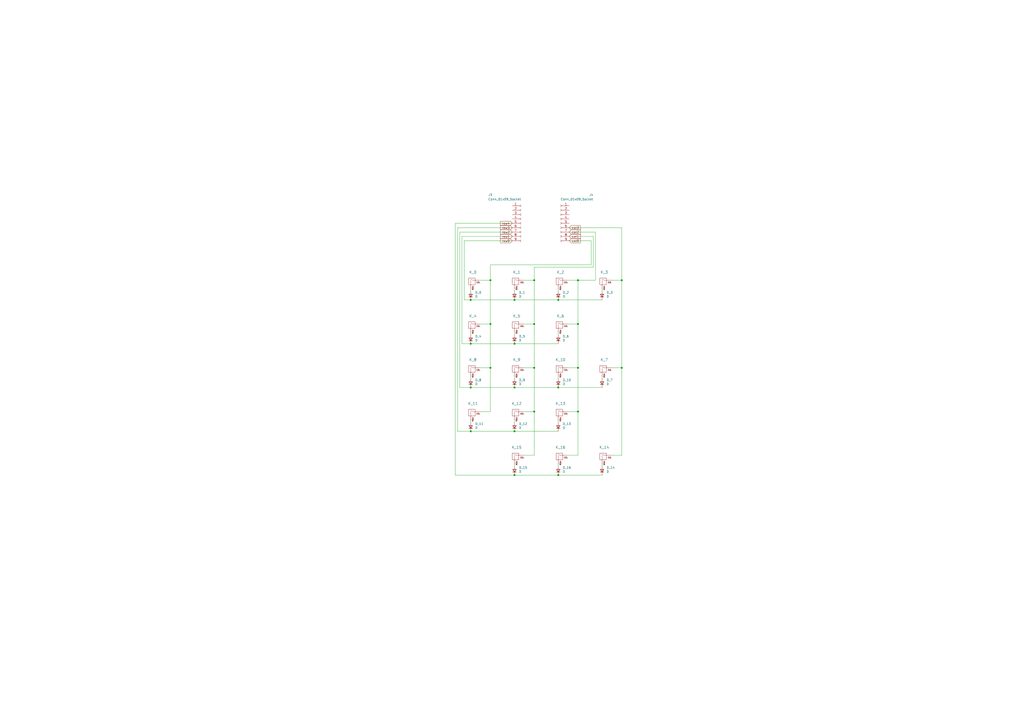
<source format=kicad_sch>
(kicad_sch (version 20230121) (generator eeschema)
  (paper "A2")
  (lib_symbols
    (symbol "Connector:Conn_01x09_Socket" (pin_names (offset 1.016) hide)
      (property "Reference" "J" (at 0 12.7 0))
      (property "Value" "Conn_01x09_Socket" (at 0 -12.7 0))
      (symbol "Conn_01x09_Socket_1_1"
        (arc (start 0 -9.652) (mid -0.5058 -10.16) (end 0 -10.668) (stroke (width 0.1524)))
        (arc (start 0 -7.112) (mid -0.5058 -7.62) (end 0 -8.128) (stroke (width 0.1524)))
        (arc (start 0 -4.572) (mid -0.5058 -5.08) (end 0 -5.588) (stroke (width 0.1524)))
        (arc (start 0 -2.032) (mid -0.5058 -2.54) (end 0 -3.048) (stroke (width 0.1524)))
        (polyline (pts (xy -1.27 -10.16) (xy -0.508 -10.16)) (stroke (width 0.1524)))
        (polyline (pts (xy -1.27 -7.62) (xy -0.508 -7.62)) (stroke (width 0.1524)))
        (polyline (pts (xy -1.27 -5.08) (xy -0.508 -5.08)) (stroke (width 0.1524)))
        (polyline (pts (xy -1.27 -2.54) (xy -0.508 -2.54)) (stroke (width 0.1524)))
        (polyline (pts (xy -1.27 0) (xy -0.508 0)) (stroke (width 0.1524)))
        (polyline (pts (xy -1.27 2.54) (xy -0.508 2.54)) (stroke (width 0.1524)))
        (polyline (pts (xy -1.27 5.08) (xy -0.508 5.08)) (stroke (width 0.1524)))
        (polyline (pts (xy -1.27 7.62) (xy -0.508 7.62)) (stroke (width 0.1524)))
        (polyline (pts (xy -1.27 10.16) (xy -0.508 10.16)) (stroke (width 0.1524)))
        (arc (start 0 0.508) (mid -0.5058 0) (end 0 -0.508) (stroke (width 0.1524)))
        (arc (start 0 3.048) (mid -0.5058 2.54) (end 0 2.032) (stroke (width 0.1524)))
        (arc (start 0 5.588) (mid -0.5058 5.08) (end 0 4.572) (stroke (width 0.1524)))
        (arc (start 0 8.128) (mid -0.5058 7.62) (end 0 7.112) (stroke (width 0.1524)))
        (arc (start 0 10.668) (mid -0.5058 10.16) (end 0 9.652) (stroke (width 0.1524)))
        (pin passive line (at -5.08 10.16 0) (length 3.81) (name "Pin_1") (number "1"))
        (pin passive line (at -5.08 7.62 0) (length 3.81) (name "Pin_2") (number "2"))
        (pin passive line (at -5.08 5.08 0) (length 3.81) (name "Pin_3") (number "3"))
        (pin passive line (at -5.08 2.54 0) (length 3.81) (name "Pin_4") (number "4"))
        (pin passive line (at -5.08 0 0) (length 3.81) (name "Pin_5") (number "5"))
        (pin passive line (at -5.08 -2.54 0) (length 3.81) (name "Pin_6") (number "6"))
        (pin passive line (at -5.08 -5.08 0) (length 3.81) (name "Pin_7") (number "7"))
        (pin passive line (at -5.08 -7.62 0) (length 3.81) (name "Pin_8") (number "8"))
        (pin passive line (at -5.08 -10.16 0) (length 3.81) (name "Pin_9") (number "9"))
      )
    )
    (symbol "Device:D_Small" (pin_numbers hide) (pin_names (offset 0.254) hide)
      (property "Reference" "D" (at -1.27 2.032 0))
      (property "Value" "D_Small" (at -3.81 -2.032 0))
      (symbol "D_Small_0_1"
        (polyline (pts (xy -0.762 -1.016) (xy -0.762 1.016)) (stroke (width 0.254)))
        (polyline (pts (xy -0.762 0) (xy 0.762 0)))
        (polyline (pts (xy 0.762 -1.016) (xy -0.762 0) (xy 0.762 1.016) (xy 0.762 -1.016)) (stroke (width 0.254)))
      )
      (symbol "D_Small_1_1"
        (pin passive line (at -2.54 0 0) (length 1.778) (name "K") (number "1"))
        (pin passive line (at 2.54 0 180) (length 1.778) (name "A") (number "2"))
      )
    )
    (symbol "MX_Alps_Hybrid:MX-NoLED" (pin_names (offset 1.016))
      (property "Reference" "MX" (at -0.635 3.81 0))
      (property "Value" "MX-NoLED" (at -0.635 1.27 0))
      (symbol "MX-NoLED_0_0"
        (rectangle (start -2.54 2.54) (end 1.27 -1.27))
        (polyline (pts (xy -1.27 -1.27) (xy -1.27 1.27)) (stroke (width 0.127)))
        (polyline (pts (xy 1.27 1.27) (xy 0 1.27) (xy -1.27 1.905)) (stroke (width 0.127)))
        (text "COL" (at 3.175 0 0) (effects (font (size 0.762 0.762))))
        (text "ROW" (at 0 -1.905 900) (effects (font (size 0.762 0.762)) (justify right)))
      )
      (symbol "MX-NoLED_1_1"
        (pin passive line (at 3.81 1.27 180) (length 2.54) (name "COL") (number "1"))
        (pin passive line (at -1.27 -3.81 90) (length 2.54) (name "ROW") (number "2"))
      )
    )
  )
  (junction (at 298.45 199.39))
  (junction (at 360.68 213.36))
  (junction (at 309.88 238.76))
  (junction (at 284.48 213.36))
  (junction (at 309.88 213.36))
  (junction (at 273.05 199.39))
  (junction (at 323.85 275.59))
  (junction (at 284.48 162.56))
  (junction (at 309.88 162.56))
  (junction (at 323.85 173.99))
  (junction (at 335.28 162.56))
  (junction (at 284.48 187.96))
  (junction (at 273.05 173.99))
  (junction (at 298.45 173.99))
  (junction (at 335.28 238.76))
  (junction (at 298.45 275.59))
  (junction (at 335.28 213.36))
  (junction (at 360.68 162.56))
  (junction (at 323.85 224.79))
  (junction (at 298.45 224.79))
  (junction (at 273.05 250.19))
  (junction (at 335.28 187.96))
  (junction (at 298.45 250.19))
  (junction (at 309.88 187.96))
  (junction (at 273.05 224.79))
  (wire (pts (xy 264.16 129.54) (xy 297.18 129.54)))
  (wire (pts (xy 328.93 264.16) (xy 335.28 264.16)))
  (wire (pts (xy 284.48 153.67) (xy 284.48 162.56)))
  (wire (pts (xy 354.33 162.56) (xy 360.68 162.56)))
  (wire (pts (xy 273.05 224.79) (xy 298.45 224.79)))
  (wire (pts (xy 298.45 167.64) (xy 298.45 168.91)))
  (wire (pts (xy 267.97 137.16) (xy 297.18 137.16)))
  (wire (pts (xy 323.85 243.84) (xy 323.85 245.11)))
  (wire (pts (xy 269.24 173.99) (xy 269.24 139.7)))
  (wire (pts (xy 323.85 193.04) (xy 323.85 194.31)))
  (wire (pts (xy 284.48 162.56) (xy 284.48 187.96)))
  (wire (pts (xy 278.13 187.96) (xy 284.48 187.96)))
  (wire (pts (xy 354.33 213.36) (xy 360.68 213.36)))
  (wire (pts (xy 298.45 269.24) (xy 298.45 270.51)))
  (wire (pts (xy 323.85 167.64) (xy 323.85 168.91)))
  (wire (pts (xy 309.88 154.94) (xy 309.88 162.56)))
  (wire (pts (xy 278.13 213.36) (xy 284.48 213.36)))
  (wire (pts (xy 266.7 224.79) (xy 273.05 224.79)))
  (wire (pts (xy 349.25 269.24) (xy 349.25 270.51)))
  (wire (pts (xy 298.45 199.39) (xy 323.85 199.39)))
  (wire (pts (xy 349.25 218.44) (xy 349.25 219.71)))
  (wire (pts (xy 267.97 199.39) (xy 273.05 199.39)))
  (wire (pts (xy 309.88 264.16) (xy 309.88 238.76)))
  (wire (pts (xy 303.53 187.96) (xy 309.88 187.96)))
  (wire (pts (xy 323.85 275.59) (xy 349.25 275.59)))
  (wire (pts (xy 328.93 187.96) (xy 335.28 187.96)))
  (wire (pts (xy 298.45 243.84) (xy 298.45 245.11)))
  (wire (pts (xy 344.17 137.16) (xy 344.17 154.94)))
  (wire (pts (xy 265.43 132.08) (xy 297.18 132.08)))
  (wire (pts (xy 303.53 213.36) (xy 309.88 213.36)))
  (wire (pts (xy 284.48 213.36) (xy 284.48 187.96)))
  (wire (pts (xy 323.85 269.24) (xy 323.85 270.51)))
  (wire (pts (xy 360.68 132.08) (xy 330.2 132.08)))
  (wire (pts (xy 273.05 243.84) (xy 273.05 245.11)))
  (wire (pts (xy 273.05 167.64) (xy 273.05 168.91)))
  (wire (pts (xy 309.88 162.56) (xy 309.88 187.96)))
  (wire (pts (xy 269.24 173.99) (xy 273.05 173.99)))
  (wire (pts (xy 335.28 238.76) (xy 335.28 213.36)))
  (wire (pts (xy 335.28 264.16) (xy 335.28 238.76)))
  (wire (pts (xy 269.24 139.7) (xy 297.18 139.7)))
  (wire (pts (xy 264.16 129.54) (xy 264.16 275.59)))
  (wire (pts (xy 273.05 199.39) (xy 298.45 199.39)))
  (wire (pts (xy 273.05 218.44) (xy 273.05 219.71)))
  (wire (pts (xy 265.43 250.19) (xy 273.05 250.19)))
  (wire (pts (xy 298.45 218.44) (xy 298.45 219.71)))
  (wire (pts (xy 266.7 134.62) (xy 297.18 134.62)))
  (wire (pts (xy 323.85 218.44) (xy 323.85 219.71)))
  (wire (pts (xy 278.13 162.56) (xy 284.48 162.56)))
  (wire (pts (xy 323.85 173.99) (xy 349.25 173.99)))
  (wire (pts (xy 360.68 264.16) (xy 360.68 213.36)))
  (wire (pts (xy 309.88 238.76) (xy 309.88 213.36)))
  (wire (pts (xy 335.28 162.56) (xy 335.28 187.96)))
  (wire (pts (xy 360.68 162.56) (xy 360.68 213.36)))
  (wire (pts (xy 335.28 213.36) (xy 335.28 187.96)))
  (wire (pts (xy 349.25 167.64) (xy 349.25 168.91)))
  (wire (pts (xy 298.45 173.99) (xy 323.85 173.99)))
  (wire (pts (xy 284.48 153.67) (xy 342.9 153.67)))
  (wire (pts (xy 273.05 193.04) (xy 273.05 194.31)))
  (wire (pts (xy 298.45 224.79) (xy 323.85 224.79)))
  (wire (pts (xy 273.05 173.99) (xy 298.45 173.99)))
  (wire (pts (xy 328.93 162.56) (xy 335.28 162.56)))
  (wire (pts (xy 342.9 139.7) (xy 330.2 139.7)))
  (wire (pts (xy 360.68 132.08) (xy 360.68 162.56)))
  (wire (pts (xy 309.88 213.36) (xy 309.88 187.96)))
  (wire (pts (xy 354.33 264.16) (xy 360.68 264.16)))
  (wire (pts (xy 345.44 162.56) (xy 335.28 162.56)))
  (wire (pts (xy 267.97 199.39) (xy 267.97 137.16)))
  (wire (pts (xy 328.93 213.36) (xy 335.28 213.36)))
  (wire (pts (xy 298.45 250.19) (xy 323.85 250.19)))
  (wire (pts (xy 342.9 153.67) (xy 342.9 139.7)))
  (wire (pts (xy 309.88 162.56) (xy 303.53 162.56)))
  (wire (pts (xy 298.45 275.59) (xy 323.85 275.59)))
  (wire (pts (xy 323.85 224.79) (xy 349.25 224.79)))
  (wire (pts (xy 264.16 275.59) (xy 298.45 275.59)))
  (wire (pts (xy 265.43 132.08) (xy 265.43 250.19)))
  (wire (pts (xy 303.53 264.16) (xy 309.88 264.16)))
  (wire (pts (xy 309.88 154.94) (xy 344.17 154.94)))
  (wire (pts (xy 344.17 137.16) (xy 330.2 137.16)))
  (wire (pts (xy 328.93 238.76) (xy 335.28 238.76)))
  (wire (pts (xy 303.53 238.76) (xy 309.88 238.76)))
  (wire (pts (xy 298.45 193.04) (xy 298.45 194.31)))
  (wire (pts (xy 273.05 250.19) (xy 298.45 250.19)))
  (wire (pts (xy 284.48 238.76) (xy 284.48 213.36)))
  (wire (pts (xy 345.44 134.62) (xy 345.44 162.56)))
  (wire (pts (xy 278.13 238.76) (xy 284.48 238.76)))
  (wire (pts (xy 266.7 224.79) (xy 266.7 134.62)))
  (wire (pts (xy 345.44 134.62) (xy 330.2 134.62)))
  (global_label "row0" (shape input) (at 297.18 139.7 180) (property "Intersheetrefs" "${INTERSHEET_REFS}" (effects hide)))
  (global_label "col0" (shape input) (at 330.2 139.7 0) (property "Intersheetrefs" "${INTERSHEET_REFS}" (effects hide)))
  (global_label "row1" (shape input) (at 297.18 137.16 180) (property "Intersheetrefs" "${INTERSHEET_REFS}" (effects hide)))
  (global_label "row3" (shape input) (at 297.18 132.08 180) (property "Intersheetrefs" "${INTERSHEET_REFS}" (effects hide)))
  (global_label "col1" (shape input) (at 330.2 137.16 0) (property "Intersheetrefs" "${INTERSHEET_REFS}" (effects hide)))
  (global_label "row4" (shape input) (at 297.18 129.54 180) (property "Intersheetrefs" "${INTERSHEET_REFS}" (effects hide)))
  (global_label "row2" (shape input) (at 297.18 134.62 180) (property "Intersheetrefs" "${INTERSHEET_REFS}" (effects hide)))
  (global_label "col2" (shape input) (at 330.2 134.62 0) (property "Intersheetrefs" "${INTERSHEET_REFS}" (effects hide)))
  (global_label "col3" (shape input) (at 330.2 132.08 0) (property "Intersheetrefs" "${INTERSHEET_REFS}" (effects hide)))
  (symbol (lib_id "Device:D_Small") (at 323.85 196.85 90) (unit 1)
    (property "Reference" "D_6" (at 326.39 195.072 90) (effects (justify right)))
    (property "Value" "D" (at 326.39 197.358 90) (effects (justify right)))
    (property "Footprint" "Diode_THT:D_A-405_P5.08mm_Vertical_AnodeUp" (effects hide))
  )
  (symbol (lib_id "MX_Alps_Hybrid:MX-NoLED") (at 299.72 189.23 0) (unit 1)
    (property "Reference" "K_5" (at 299.72 183.3118 0) (effects (font (size 1.524 1.524))))
    (property "Value" "KEYSW" (effects hide))
    (property "Footprint" "MX_Alps_Hybrid:MX-1U-NoLED" (effects hide))
  )
  (symbol (lib_id "Device:D_Small") (at 273.05 247.65 90) (unit 1)
    (property "Reference" "D_11" (at 275.59 245.872 90) (effects (justify right)))
    (property "Value" "D" (at 275.59 248.158 90) (effects (justify right)))
    (property "Footprint" "Diode_THT:D_A-405_P5.08mm_Vertical_AnodeUp" (effects hide))
  )
  (symbol (lib_id "Device:D_Small") (at 298.45 273.05 90) (unit 1)
    (property "Reference" "D_15" (at 300.99 271.272 90) (effects (justify right)))
    (property "Value" "D" (at 300.99 273.558 90) (effects (justify right)))
    (property "Footprint" "Diode_THT:D_A-405_P5.08mm_Vertical_AnodeUp" (effects hide))
  )
  (symbol (lib_id "Device:D_Small") (at 323.85 273.05 90) (unit 1)
    (property "Reference" "D_16" (at 326.39 271.272 90) (effects (justify right)))
    (property "Value" "D" (at 326.39 273.558 90) (effects (justify right)))
    (property "Footprint" "Diode_THT:D_A-405_P5.08mm_Vertical_AnodeUp" (effects hide))
  )
  (symbol (lib_id "Device:D_Small") (at 273.05 222.25 90) (unit 1)
    (property "Reference" "D_8" (at 275.59 220.472 90) (effects (justify right)))
    (property "Value" "D" (at 275.59 222.758 90) (effects (justify right)))
    (property "Footprint" "Diode_THT:D_A-405_P5.08mm_Vertical_AnodeUp" (effects hide))
  )
  (symbol (lib_id "Device:D_Small") (at 323.85 171.45 90) (unit 1)
    (property "Reference" "D_2" (at 326.39 169.672 90) (effects (justify right)))
    (property "Value" "D" (at 326.39 171.958 90) (effects (justify right)))
    (property "Footprint" "Diode_THT:D_A-405_P5.08mm_Vertical_AnodeUp" (effects hide))
  )
  (symbol (lib_id "MX_Alps_Hybrid:MX-NoLED") (at 350.52 214.63 0) (unit 1)
    (property "Reference" "K_7" (at 350.52 208.7118 0) (effects (font (size 1.524 1.524))))
    (property "Value" "KEYSW" (effects hide))
    (property "Footprint" "MX_Alps_Hybrid:MX-2U-NoLED" (effects hide))
  )
  (symbol (lib_id "MX_Alps_Hybrid:MX-NoLED") (at 299.72 214.63 0) (unit 1)
    (property "Reference" "K_9" (at 299.72 208.7118 0) (effects (font (size 1.524 1.524))))
    (property "Value" "KEYSW" (effects hide))
    (property "Footprint" "MX_Alps_Hybrid:MX-1U-NoLED" (effects hide))
  )
  (symbol (lib_id "Device:D_Small") (at 273.05 171.45 90) (unit 1)
    (property "Reference" "D_0" (at 275.59 169.672 90) (effects (justify right)))
    (property "Value" "D" (at 275.59 171.958 90) (effects (justify right)))
    (property "Footprint" "Diode_THT:D_A-405_P5.08mm_Vertical_AnodeUp" (effects hide))
  )
  (symbol (lib_id "Device:D_Small") (at 298.45 222.25 90) (unit 1)
    (property "Reference" "D_9" (at 300.99 220.472 90) (effects (justify right)))
    (property "Value" "D" (at 300.99 222.758 90) (effects (justify right)))
    (property "Footprint" "Diode_THT:D_A-405_P5.08mm_Vertical_AnodeUp" (effects hide))
  )
  (symbol (lib_id "MX_Alps_Hybrid:MX-NoLED") (at 325.12 265.43 0) (unit 1)
    (property "Reference" "K_16" (at 325.12 259.5118 0) (effects (font (size 1.524 1.524))))
    (property "Value" "KEYSW" (effects hide))
    (property "Footprint" "MX_Alps_Hybrid:MX-1U-NoLED" (effects hide))
  )
  (symbol (lib_id "Device:D_Small") (at 298.45 247.65 90) (unit 1)
    (property "Reference" "D_12" (at 300.99 245.872 90) (effects (justify right)))
    (property "Value" "D" (at 300.99 248.158 90) (effects (justify right)))
    (property "Footprint" "Diode_THT:D_A-405_P5.08mm_Vertical_AnodeUp" (effects hide))
  )
  (symbol (lib_id "MX_Alps_Hybrid:MX-NoLED") (at 350.52 265.43 0) (unit 1)
    (property "Reference" "K_14" (at 350.52 259.5118 0) (effects (font (size 1.524 1.524))))
    (property "Value" "KEYSW" (effects hide))
    (property "Footprint" "MX_Alps_Hybrid:MX-2U-NoLED" (effects hide))
  )
  (symbol (lib_id "MX_Alps_Hybrid:MX-NoLED") (at 274.32 189.23 0) (unit 1)
    (property "Reference" "K_4" (at 274.32 183.3118 0) (effects (font (size 1.524 1.524))))
    (property "Value" "KEYSW" (effects hide))
    (property "Footprint" "MX_Alps_Hybrid:MX-1U-NoLED" (effects hide))
  )
  (symbol (lib_id "MX_Alps_Hybrid:MX-NoLED") (at 325.12 240.03 0) (unit 1)
    (property "Reference" "K_13" (at 325.12 234.1118 0) (effects (font (size 1.524 1.524))))
    (property "Value" "KEYSW" (effects hide))
    (property "Footprint" "MX_Alps_Hybrid:MX-1U-NoLED" (effects hide))
  )
  (symbol (lib_id "Device:D_Small") (at 349.25 171.45 90) (unit 1)
    (property "Reference" "D_3" (at 351.79 169.672 90) (effects (justify right)))
    (property "Value" "D" (at 351.79 171.958 90) (effects (justify right)))
    (property "Footprint" "Diode_THT:D_A-405_P5.08mm_Vertical_AnodeUp" (effects hide))
  )
  (symbol (lib_id "Device:D_Small") (at 323.85 247.65 90) (unit 1)
    (property "Reference" "D_13" (at 326.39 245.872 90) (effects (justify right)))
    (property "Value" "D" (at 326.39 248.158 90) (effects (justify right)))
    (property "Footprint" "Diode_THT:D_A-405_P5.08mm_Vertical_AnodeUp" (effects hide))
  )
  (symbol (lib_id "MX_Alps_Hybrid:MX-NoLED") (at 274.32 240.03 0) (unit 1)
    (property "Reference" "K_11" (at 274.32 234.1118 0) (effects (font (size 1.524 1.524))))
    (property "Value" "KEYSW" (effects hide))
    (property "Footprint" "MX_Alps_Hybrid:MX-1U-NoLED" (effects hide))
  )
  (symbol (lib_id "MX_Alps_Hybrid:MX-NoLED") (at 325.12 214.63 0) (unit 1)
    (property "Reference" "K_10" (at 325.12 208.7118 0) (effects (font (size 1.524 1.524))))
    (property "Value" "KEYSW" (effects hide))
    (property "Footprint" "MX_Alps_Hybrid:MX-1U-NoLED" (effects hide))
  )
  (symbol (lib_id "MX_Alps_Hybrid:MX-NoLED") (at 350.52 163.83 0) (unit 1)
    (property "Reference" "K_3" (at 350.52 157.9118 0) (effects (font (size 1.524 1.524))))
    (property "Value" "KEYSW" (effects hide))
    (property "Footprint" "MX_Alps_Hybrid:MX-1U-NoLED" (effects hide))
  )
  (symbol (lib_id "Device:D_Small") (at 323.85 222.25 90) (unit 1)
    (property "Reference" "D_10" (at 326.39 220.472 90) (effects (justify right)))
    (property "Value" "D" (at 326.39 222.758 90) (effects (justify right)))
    (property "Footprint" "Diode_THT:D_A-405_P5.08mm_Vertical_AnodeUp" (effects hide))
  )
  (symbol (lib_id "MX_Alps_Hybrid:MX-NoLED") (at 325.12 163.83 0) (unit 1)
    (property "Reference" "K_2" (at 325.12 157.9118 0) (effects (font (size 1.524 1.524))))
    (property "Value" "KEYSW" (effects hide))
    (property "Footprint" "MX_Alps_Hybrid:MX-1U-NoLED" (effects hide))
  )
  (symbol (lib_id "Device:D_Small") (at 298.45 196.85 90) (unit 1)
    (property "Reference" "D_5" (at 300.99 195.072 90) (effects (justify right)))
    (property "Value" "D" (at 300.99 197.358 90) (effects (justify right)))
    (property "Footprint" "Diode_THT:D_A-405_P5.08mm_Vertical_AnodeUp" (effects hide))
  )
  (symbol (lib_id "Connector:Conn_01x09_Socket") (at 302.26 129.54 0) (unit 1)
    (property "Reference" "J3" (at 283.21 113.03 0) (effects (justify left)))
    (property "Value" "Conn_01x09_Socket" (at 283.21 115.57 0) (effects (justify left)))
    (property "Footprint" "Connector_PinSocket_2.54mm:PinSocket_1x09_P2.54mm_Vertical" (effects hide))
  )
  (symbol (lib_id "MX_Alps_Hybrid:MX-NoLED") (at 274.32 214.63 0) (unit 1)
    (property "Reference" "K_8" (at 274.32 208.7118 0) (effects (font (size 1.524 1.524))))
    (property "Value" "KEYSW" (effects hide))
    (property "Footprint" "MX_Alps_Hybrid:MX-1U-NoLED" (effects hide))
  )
  (symbol (lib_id "Device:D_Small") (at 298.45 171.45 90) (unit 1)
    (property "Reference" "D_1" (at 300.99 169.672 90) (effects (justify right)))
    (property "Value" "D" (at 300.99 171.958 90) (effects (justify right)))
    (property "Footprint" "Diode_THT:D_A-405_P5.08mm_Vertical_AnodeUp" (effects hide))
  )
  (symbol (lib_id "Device:D_Small") (at 349.25 222.25 90) (unit 1)
    (property "Reference" "D_7" (at 351.79 220.472 90) (effects (justify right)))
    (property "Value" "D" (at 351.79 222.758 90) (effects (justify right)))
    (property "Footprint" "Diode_THT:D_A-405_P5.08mm_Vertical_AnodeUp" (effects hide))
  )
  (symbol (lib_id "MX_Alps_Hybrid:MX-NoLED") (at 274.32 163.83 0) (unit 1)
    (property "Reference" "K_0" (at 274.32 157.9118 0) (effects (font (size 1.524 1.524))))
    (property "Value" "KEYSW" (effects hide))
    (property "Footprint" "MX_Alps_Hybrid:MX-1U-NoLED" (effects hide))
  )
  (symbol (lib_id "Device:D_Small") (at 349.25 273.05 90) (unit 1)
    (property "Reference" "D_14" (at 351.79 271.272 90) (effects (justify right)))
    (property "Value" "D" (at 351.79 273.558 90) (effects (justify right)))
    (property "Footprint" "Diode_THT:D_A-405_P5.08mm_Vertical_AnodeUp" (effects hide))
  )
  (symbol (lib_id "MX_Alps_Hybrid:MX-NoLED") (at 325.12 189.23 0) (unit 1)
    (property "Reference" "K_6" (at 325.12 183.3118 0) (effects (font (size 1.524 1.524))))
    (property "Value" "KEYSW" (effects hide))
    (property "Footprint" "MX_Alps_Hybrid:MX-1U-NoLED" (effects hide))
  )
  (symbol (lib_id "Connector:Conn_01x09_Socket") (at 325.12 129.54 0) (mirror y) (unit 1)
    (property "Reference" "J4" (at 344.17 113.03 0) (effects (justify left)))
    (property "Value" "Conn_01x09_Socket" (at 344.17 115.57 0) (effects (justify left)))
    (property "Footprint" "Connector_PinSocket_2.54mm:PinSocket_1x09_P2.54mm_Vertical" (effects hide))
  )
  (symbol (lib_id "MX_Alps_Hybrid:MX-NoLED") (at 299.72 240.03 0) (unit 1)
    (property "Reference" "K_12" (at 299.72 234.1118 0) (effects (font (size 1.524 1.524))))
    (property "Value" "KEYSW" (effects hide))
    (property "Footprint" "MX_Alps_Hybrid:MX-1U-NoLED" (effects hide))
  )
  (symbol (lib_id "MX_Alps_Hybrid:MX-NoLED") (at 299.72 163.83 0) (unit 1)
    (property "Reference" "K_1" (at 299.72 157.9118 0) (effects (font (size 1.524 1.524))))
    (property "Value" "KEYSW" (effects hide))
    (property "Footprint" "MX_Alps_Hybrid:MX-1U-NoLED" (effects hide))
  )
  (symbol (lib_id "MX_Alps_Hybrid:MX-NoLED") (at 299.72 265.43 0) (unit 1)
    (property "Reference" "K_15" (at 299.72 259.5118 0) (effects (font (size 1.524 1.524))))
    (property "Value" "KEYSW" (effects hide))
    (property "Footprint" "MX_Alps_Hybrid:MX-2U-NoLED" (effects hide))
  )
  (symbol (lib_id "Device:D_Small") (at 273.05 196.85 90) (unit 1)
    (property "Reference" "D_4" (at 275.59 195.072 90) (effects (justify right)))
    (property "Value" "D" (at 275.59 197.358 90) (effects (justify right)))
    (property "Footprint" "Diode_THT:D_A-405_P5.08mm_Vertical_AnodeUp" (effects hide))
  )
)
</source>
